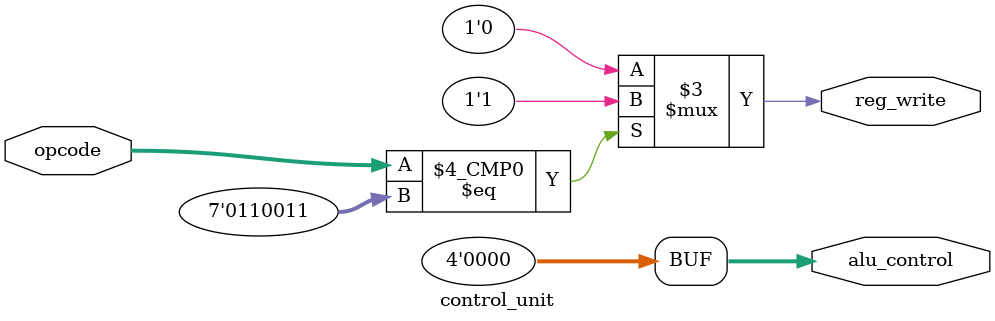
<source format=v>
module control_unit (
  input [6:0] opcode,
  output reg [3:0] alu_control,
  output reg reg_write
);
  always @(*) begin
    case (opcode)
      7'b0110011: begin // R-type
        alu_control = 4'b0000; // Example: Addition
        reg_write = 1;
      end
      // Add cases for other instructions
      default: begin
        alu_control = 4'b0000;
        reg_write = 0;
      end
    endcase
  end
endmodule

</source>
